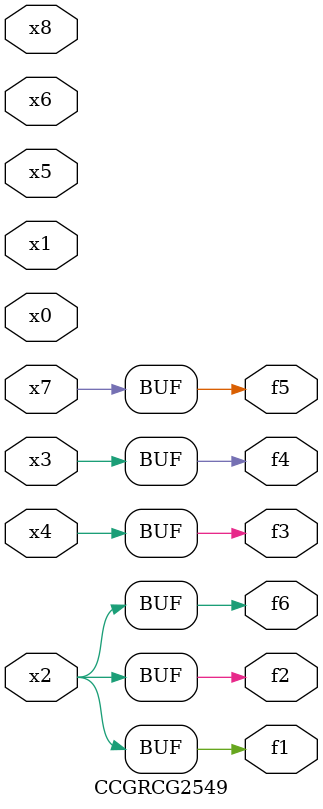
<source format=v>
module CCGRCG2549(
	input x0, x1, x2, x3, x4, x5, x6, x7, x8,
	output f1, f2, f3, f4, f5, f6
);
	assign f1 = x2;
	assign f2 = x2;
	assign f3 = x4;
	assign f4 = x3;
	assign f5 = x7;
	assign f6 = x2;
endmodule

</source>
